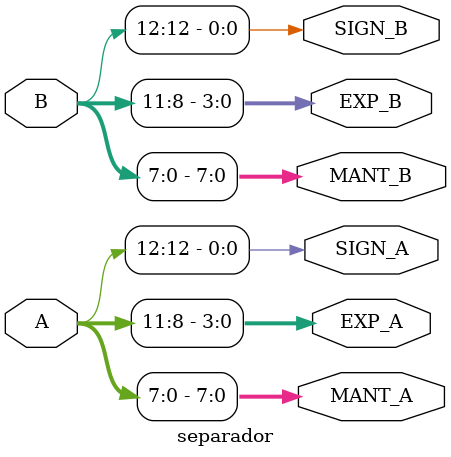
<source format=v>
module separador #(
    parameter NB_MANT   = 8,
    parameter NB_EXP    = 4,
    parameter NB_TOTAL  = 13
)
(
    input [NB_TOTAL-1:0]    A,
    input [NB_TOTAL-1:0]    B,

    output [NB_MANT-1:0]    MANT_A,
    output [NB_MANT-1:0]    MANT_B,
    output [NB_EXP-1:0]     EXP_A,
    output [NB_EXP-1:0]     EXP_B,
    output                  SIGN_A,
    output                  SIGN_B
);

assign SIGN_A   =   A[NB_TOTAL-1];
assign SIGN_B   =   B[NB_TOTAL-1];

assign EXP_A    =   A[(NB_TOTAL-2) -: NB_EXP];
assign EXP_B    =   B[(NB_TOTAL-2) -: NB_EXP];

assign MANT_A   =   A[0 +: NB_MANT];
assign MANT_B   =   B[0 +: NB_MANT];

endmodule
</source>
